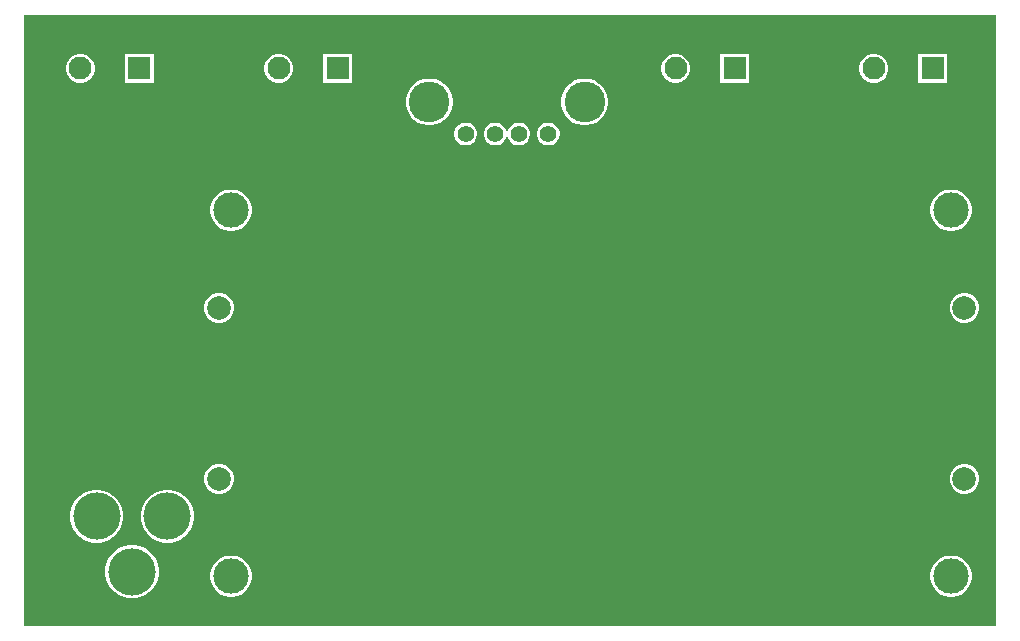
<source format=gbl>
G04*
G04 #@! TF.GenerationSoftware,Altium Limited,Altium Designer,23.4.1 (23)*
G04*
G04 Layer_Physical_Order=2*
G04 Layer_Color=16711680*
%FSLAX44Y44*%
%MOMM*%
G71*
G04*
G04 #@! TF.SameCoordinates,7CF3785F-2CE0-4CD5-9ED0-889279B7210F*
G04*
G04*
G04 #@! TF.FilePolarity,Positive*
G04*
G01*
G75*
%ADD21C,1.4200*%
%ADD22C,3.4500*%
%ADD23R,1.9500X1.9500*%
%ADD24C,1.9500*%
%ADD25C,4.0000*%
%ADD26C,2.0000*%
%ADD27C,3.0000*%
G36*
X946150Y12700D02*
X123490D01*
Y529590D01*
X946150D01*
Y12700D01*
D02*
G37*
%LPC*%
G36*
X905100Y496850D02*
X880520D01*
Y472270D01*
X905100D01*
Y496850D01*
D02*
G37*
G36*
X844428D02*
X841192D01*
X838066Y496013D01*
X835264Y494395D01*
X832976Y492107D01*
X831358Y489304D01*
X830520Y486178D01*
Y482942D01*
X831358Y479817D01*
X832976Y477014D01*
X835264Y474726D01*
X838066Y473108D01*
X841192Y472270D01*
X844428D01*
X847554Y473108D01*
X850356Y474726D01*
X852645Y477014D01*
X854263Y479817D01*
X855100Y482942D01*
Y486178D01*
X854263Y489304D01*
X852645Y492107D01*
X850356Y494395D01*
X847554Y496013D01*
X844428Y496850D01*
D02*
G37*
G36*
X737142D02*
X712562D01*
Y472270D01*
X737142D01*
Y496850D01*
D02*
G37*
G36*
X676471D02*
X673235D01*
X670109Y496013D01*
X667306Y494395D01*
X665018Y492107D01*
X663400Y489304D01*
X662563Y486178D01*
Y482942D01*
X663400Y479817D01*
X665018Y477014D01*
X667306Y474726D01*
X670109Y473108D01*
X673235Y472270D01*
X676471D01*
X679596Y473108D01*
X682399Y474726D01*
X684687Y477014D01*
X686305Y479817D01*
X687143Y482942D01*
Y486178D01*
X686305Y489304D01*
X684687Y492107D01*
X682399Y494395D01*
X679596Y496013D01*
X676471Y496850D01*
D02*
G37*
G36*
X401227D02*
X376647D01*
Y472270D01*
X401227D01*
Y496850D01*
D02*
G37*
G36*
X340556D02*
X337320D01*
X334194Y496013D01*
X331391Y494395D01*
X329103Y492107D01*
X327485Y489304D01*
X326648Y486178D01*
Y482942D01*
X327485Y479817D01*
X329103Y477014D01*
X331391Y474726D01*
X334194Y473108D01*
X337320Y472270D01*
X340556D01*
X343681Y473108D01*
X346484Y474726D01*
X348772Y477014D01*
X350390Y479817D01*
X351228Y482942D01*
Y486178D01*
X350390Y489304D01*
X348772Y492107D01*
X346484Y494395D01*
X343681Y496013D01*
X340556Y496850D01*
D02*
G37*
G36*
X233270D02*
X208690D01*
Y472270D01*
X233270D01*
Y496850D01*
D02*
G37*
G36*
X172598D02*
X169362D01*
X166236Y496013D01*
X163434Y494395D01*
X161146Y492107D01*
X159528Y489304D01*
X158690Y486178D01*
Y482942D01*
X159528Y479817D01*
X161146Y477014D01*
X163434Y474726D01*
X166236Y473108D01*
X169362Y472270D01*
X172598D01*
X175724Y473108D01*
X178526Y474726D01*
X180814Y477014D01*
X182433Y479817D01*
X183270Y482942D01*
Y486178D01*
X182433Y489304D01*
X180814Y492107D01*
X178526Y494395D01*
X175724Y496013D01*
X172598Y496850D01*
D02*
G37*
G36*
X599779Y475940D02*
X595881D01*
X592057Y475179D01*
X588456Y473688D01*
X585215Y471522D01*
X582458Y468765D01*
X580292Y465524D01*
X578801Y461922D01*
X578040Y458099D01*
Y454201D01*
X578801Y450378D01*
X580292Y446776D01*
X582458Y443535D01*
X585215Y440778D01*
X588456Y438612D01*
X592057Y437121D01*
X595881Y436360D01*
X599779D01*
X603602Y437121D01*
X607204Y438612D01*
X610445Y440778D01*
X613202Y443535D01*
X615368Y446776D01*
X616860Y450378D01*
X617620Y454201D01*
Y458099D01*
X616860Y461922D01*
X615368Y465524D01*
X613202Y468765D01*
X610445Y471522D01*
X607204Y473688D01*
X603602Y475179D01*
X599779Y475940D01*
D02*
G37*
G36*
X468379D02*
X464481D01*
X460658Y475179D01*
X457056Y473688D01*
X453815Y471522D01*
X451058Y468765D01*
X448892Y465524D01*
X447401Y461922D01*
X446640Y458099D01*
Y454201D01*
X447401Y450378D01*
X448892Y446776D01*
X451058Y443535D01*
X453815Y440778D01*
X457056Y438612D01*
X460658Y437121D01*
X464481Y436360D01*
X468379D01*
X472202Y437121D01*
X475804Y438612D01*
X479045Y440778D01*
X481802Y443535D01*
X483968Y446776D01*
X485460Y450378D01*
X486220Y454201D01*
Y458099D01*
X485460Y461922D01*
X483968Y465524D01*
X481802Y468765D01*
X479045Y471522D01*
X475804Y473688D01*
X472202Y475179D01*
X468379Y475940D01*
D02*
G37*
G36*
X543399Y438690D02*
X540861D01*
X538409Y438033D01*
X536211Y436764D01*
X534416Y434969D01*
X533147Y432771D01*
X532787Y431429D01*
X531473D01*
X531113Y432771D01*
X529844Y434969D01*
X528049Y436764D01*
X525851Y438033D01*
X523399Y438690D01*
X520861D01*
X518409Y438033D01*
X516211Y436764D01*
X514416Y434969D01*
X513147Y432771D01*
X512490Y430319D01*
Y427781D01*
X513147Y425329D01*
X514416Y423131D01*
X516211Y421336D01*
X518409Y420067D01*
X520861Y419410D01*
X523399D01*
X525851Y420067D01*
X528049Y421336D01*
X529844Y423131D01*
X531113Y425329D01*
X531473Y426671D01*
X532787D01*
X533147Y425329D01*
X534416Y423131D01*
X536211Y421336D01*
X538409Y420067D01*
X540861Y419410D01*
X543399D01*
X545851Y420067D01*
X548049Y421336D01*
X549844Y423131D01*
X551113Y425329D01*
X551770Y427781D01*
Y430319D01*
X551113Y432771D01*
X549844Y434969D01*
X548049Y436764D01*
X545851Y438033D01*
X543399Y438690D01*
D02*
G37*
G36*
X568399D02*
X565861D01*
X563409Y438033D01*
X561211Y436764D01*
X559416Y434969D01*
X558147Y432771D01*
X557490Y430319D01*
Y427781D01*
X558147Y425329D01*
X559416Y423131D01*
X561211Y421336D01*
X563409Y420067D01*
X565861Y419410D01*
X568399D01*
X570851Y420067D01*
X573049Y421336D01*
X574844Y423131D01*
X576113Y425329D01*
X576770Y427781D01*
Y430319D01*
X576113Y432771D01*
X574844Y434969D01*
X573049Y436764D01*
X570851Y438033D01*
X568399Y438690D01*
D02*
G37*
G36*
X498399D02*
X495861D01*
X493409Y438033D01*
X491211Y436764D01*
X489416Y434969D01*
X488147Y432771D01*
X487490Y430319D01*
Y427781D01*
X488147Y425329D01*
X489416Y423131D01*
X491211Y421336D01*
X493409Y420067D01*
X495861Y419410D01*
X498399D01*
X500851Y420067D01*
X503049Y421336D01*
X504844Y423131D01*
X506113Y425329D01*
X506770Y427781D01*
Y430319D01*
X506113Y432771D01*
X504844Y434969D01*
X503049Y436764D01*
X500851Y438033D01*
X498399Y438690D01*
D02*
G37*
G36*
X909778Y382030D02*
X906323D01*
X902934Y381356D01*
X899742Y380034D01*
X896869Y378114D01*
X894426Y375671D01*
X892507Y372798D01*
X891185Y369606D01*
X890510Y366217D01*
Y362762D01*
X891185Y359374D01*
X892507Y356182D01*
X894426Y353309D01*
X896869Y350866D01*
X899742Y348946D01*
X902934Y347624D01*
X906323Y346950D01*
X909778D01*
X913167Y347624D01*
X916359Y348946D01*
X919232Y350866D01*
X921675Y353309D01*
X923594Y356182D01*
X924916Y359374D01*
X925591Y362762D01*
Y366217D01*
X924916Y369606D01*
X923594Y372798D01*
X921675Y375671D01*
X919232Y378114D01*
X916359Y380034D01*
X913167Y381356D01*
X909778Y382030D01*
D02*
G37*
G36*
X300178D02*
X296723D01*
X293334Y381356D01*
X290142Y380034D01*
X287269Y378114D01*
X284826Y375671D01*
X282907Y372798D01*
X281585Y369606D01*
X280910Y366217D01*
Y362762D01*
X281585Y359374D01*
X282907Y356182D01*
X284826Y353309D01*
X287269Y350866D01*
X290142Y348946D01*
X293334Y347624D01*
X296723Y346950D01*
X300178D01*
X303567Y347624D01*
X306759Y348946D01*
X309632Y350866D01*
X312075Y353309D01*
X313994Y356182D01*
X315316Y359374D01*
X315991Y362762D01*
Y366217D01*
X315316Y369606D01*
X313994Y372798D01*
X312075Y375671D01*
X309632Y378114D01*
X306759Y380034D01*
X303567Y381356D01*
X300178Y382030D01*
D02*
G37*
G36*
X921131Y294480D02*
X917829D01*
X914640Y293625D01*
X911780Y291975D01*
X909445Y289640D01*
X907795Y286780D01*
X906940Y283591D01*
Y280289D01*
X907795Y277100D01*
X909445Y274240D01*
X911780Y271905D01*
X914640Y270255D01*
X917829Y269400D01*
X921131D01*
X924320Y270255D01*
X927180Y271905D01*
X929514Y274240D01*
X931165Y277100D01*
X932020Y280289D01*
Y283591D01*
X931165Y286780D01*
X929514Y289640D01*
X927180Y291975D01*
X924320Y293625D01*
X921131Y294480D01*
D02*
G37*
G36*
X289941D02*
X286639D01*
X283450Y293625D01*
X280590Y291975D01*
X278256Y289640D01*
X276605Y286780D01*
X275750Y283591D01*
Y280289D01*
X276605Y277100D01*
X278256Y274240D01*
X280590Y271905D01*
X283450Y270255D01*
X286639Y269400D01*
X289941D01*
X293130Y270255D01*
X295990Y271905D01*
X298325Y274240D01*
X299975Y277100D01*
X300830Y280289D01*
Y283591D01*
X299975Y286780D01*
X298325Y289640D01*
X295990Y291975D01*
X293130Y293625D01*
X289941Y294480D01*
D02*
G37*
G36*
X921131Y149700D02*
X917829D01*
X914640Y148845D01*
X911780Y147194D01*
X909445Y144860D01*
X907795Y142000D01*
X906940Y138811D01*
Y135509D01*
X907795Y132320D01*
X909445Y129460D01*
X911780Y127126D01*
X914640Y125475D01*
X917829Y124620D01*
X921131D01*
X924320Y125475D01*
X927180Y127126D01*
X929514Y129460D01*
X931165Y132320D01*
X932020Y135509D01*
Y138811D01*
X931165Y142000D01*
X929514Y144860D01*
X927180Y147194D01*
X924320Y148845D01*
X921131Y149700D01*
D02*
G37*
G36*
X289941D02*
X286639D01*
X283450Y148845D01*
X280590Y147194D01*
X278256Y144860D01*
X276605Y142000D01*
X275750Y138811D01*
Y135509D01*
X276605Y132320D01*
X278256Y129460D01*
X280590Y127126D01*
X283450Y125475D01*
X286639Y124620D01*
X289941D01*
X293130Y125475D01*
X295990Y127126D01*
X298325Y129460D01*
X299975Y132320D01*
X300830Y135509D01*
Y138811D01*
X299975Y142000D01*
X298325Y144860D01*
X295990Y147194D01*
X293130Y148845D01*
X289941Y149700D01*
D02*
G37*
G36*
X246850Y127950D02*
X242410D01*
X238055Y127084D01*
X233953Y125385D01*
X230262Y122918D01*
X227122Y119778D01*
X224655Y116087D01*
X222956Y111985D01*
X222090Y107630D01*
Y103190D01*
X222956Y98835D01*
X224655Y94733D01*
X227122Y91042D01*
X230262Y87902D01*
X233953Y85435D01*
X238055Y83736D01*
X242410Y82870D01*
X246850D01*
X251205Y83736D01*
X255307Y85435D01*
X258998Y87902D01*
X262138Y91042D01*
X264605Y94733D01*
X266304Y98835D01*
X267170Y103190D01*
Y107630D01*
X266304Y111985D01*
X264605Y116087D01*
X262138Y119778D01*
X258998Y122918D01*
X255307Y125385D01*
X251205Y127084D01*
X246850Y127950D01*
D02*
G37*
G36*
X186850D02*
X182410D01*
X178055Y127084D01*
X173953Y125385D01*
X170262Y122918D01*
X167122Y119778D01*
X164655Y116087D01*
X162956Y111985D01*
X162090Y107630D01*
Y103190D01*
X162956Y98835D01*
X164655Y94733D01*
X167122Y91042D01*
X170262Y87902D01*
X173953Y85435D01*
X178055Y83736D01*
X182410Y82870D01*
X186850D01*
X191205Y83736D01*
X195307Y85435D01*
X198998Y87902D01*
X202138Y91042D01*
X204605Y94733D01*
X206304Y98835D01*
X207170Y103190D01*
Y107630D01*
X206304Y111985D01*
X204605Y116087D01*
X202138Y119778D01*
X198998Y122918D01*
X195307Y125385D01*
X191205Y127084D01*
X186850Y127950D01*
D02*
G37*
G36*
X909778Y72150D02*
X906323D01*
X902934Y71476D01*
X899742Y70154D01*
X896869Y68234D01*
X894426Y65791D01*
X892507Y62918D01*
X891185Y59726D01*
X890510Y56337D01*
Y52882D01*
X891185Y49494D01*
X892507Y46302D01*
X894426Y43429D01*
X896869Y40986D01*
X899742Y39066D01*
X902934Y37744D01*
X906323Y37070D01*
X909778D01*
X913167Y37744D01*
X916359Y39066D01*
X919232Y40986D01*
X921675Y43429D01*
X923594Y46302D01*
X924916Y49494D01*
X925591Y52882D01*
Y56337D01*
X924916Y59726D01*
X923594Y62918D01*
X921675Y65791D01*
X919232Y68234D01*
X916359Y70154D01*
X913167Y71476D01*
X909778Y72150D01*
D02*
G37*
G36*
X300178D02*
X296723D01*
X293334Y71476D01*
X290142Y70154D01*
X287269Y68234D01*
X284826Y65791D01*
X282907Y62918D01*
X281585Y59726D01*
X280910Y56337D01*
Y52882D01*
X281585Y49494D01*
X282907Y46302D01*
X284826Y43429D01*
X287269Y40986D01*
X290142Y39066D01*
X293334Y37744D01*
X296723Y37070D01*
X300178D01*
X303567Y37744D01*
X306759Y39066D01*
X309632Y40986D01*
X312075Y43429D01*
X313994Y46302D01*
X315316Y49494D01*
X315991Y52882D01*
Y56337D01*
X315316Y59726D01*
X313994Y62918D01*
X312075Y65791D01*
X309632Y68234D01*
X306759Y70154D01*
X303567Y71476D01*
X300178Y72150D01*
D02*
G37*
G36*
X216850Y80950D02*
X212410D01*
X208055Y80084D01*
X203953Y78385D01*
X200262Y75918D01*
X197122Y72778D01*
X194655Y69087D01*
X192956Y64985D01*
X192090Y60630D01*
Y56190D01*
X192956Y51835D01*
X194655Y47733D01*
X197122Y44042D01*
X200262Y40902D01*
X203953Y38435D01*
X208055Y36736D01*
X212410Y35870D01*
X216850D01*
X221205Y36736D01*
X225307Y38435D01*
X228998Y40902D01*
X232138Y44042D01*
X234605Y47733D01*
X236304Y51835D01*
X237170Y56190D01*
Y60630D01*
X236304Y64985D01*
X234605Y69087D01*
X232138Y72778D01*
X228998Y75918D01*
X225307Y78385D01*
X221205Y80084D01*
X216850Y80950D01*
D02*
G37*
%LPD*%
D21*
X522130Y429050D02*
D03*
X542130D02*
D03*
X497130D02*
D03*
X567130D02*
D03*
D22*
X597830Y456150D02*
D03*
X466430D02*
D03*
D23*
X892810Y484560D02*
D03*
X724853D02*
D03*
X220980D02*
D03*
X388937D02*
D03*
D24*
X842810D02*
D03*
X674853D02*
D03*
X170980D02*
D03*
X338938D02*
D03*
D25*
X214630Y58410D02*
D03*
X244630Y105410D02*
D03*
X184630D02*
D03*
D26*
X919480Y137160D02*
D03*
X288290Y281940D02*
D03*
X919480D02*
D03*
X288290Y137160D02*
D03*
D27*
X298451Y54610D02*
D03*
X908051D02*
D03*
Y364490D02*
D03*
X298451D02*
D03*
M02*

</source>
